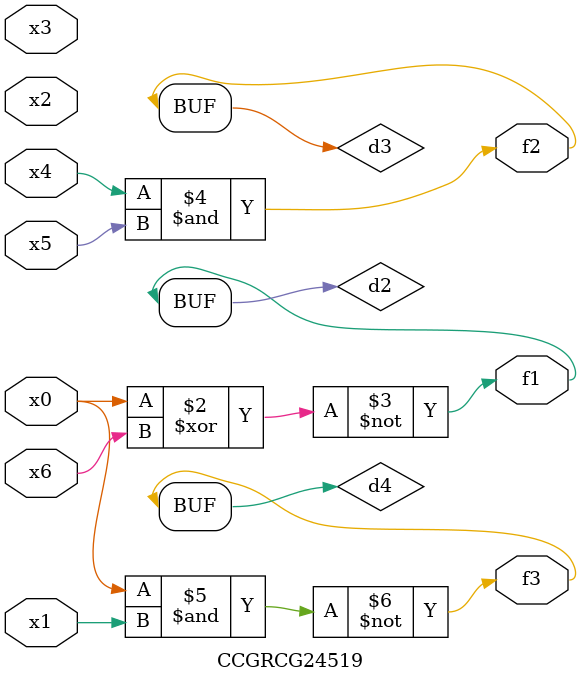
<source format=v>
module CCGRCG24519(
	input x0, x1, x2, x3, x4, x5, x6,
	output f1, f2, f3
);

	wire d1, d2, d3, d4;

	nor (d1, x0);
	xnor (d2, x0, x6);
	and (d3, x4, x5);
	nand (d4, x0, x1);
	assign f1 = d2;
	assign f2 = d3;
	assign f3 = d4;
endmodule

</source>
